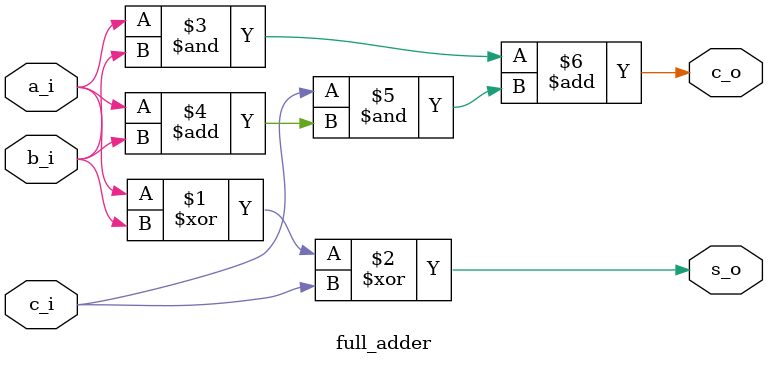
<source format=sv>
module full_adder (
    input  logic a_i,
    input  logic b_i,
    input  logic c_i,
    output logic s_o,
    output logic c_o
);

  assign s_o = a_i ^ b_i ^ c_i;
  assign c_o = (a_i & b_i) + (c_i & (a_i + b_i));

endmodule

</source>
